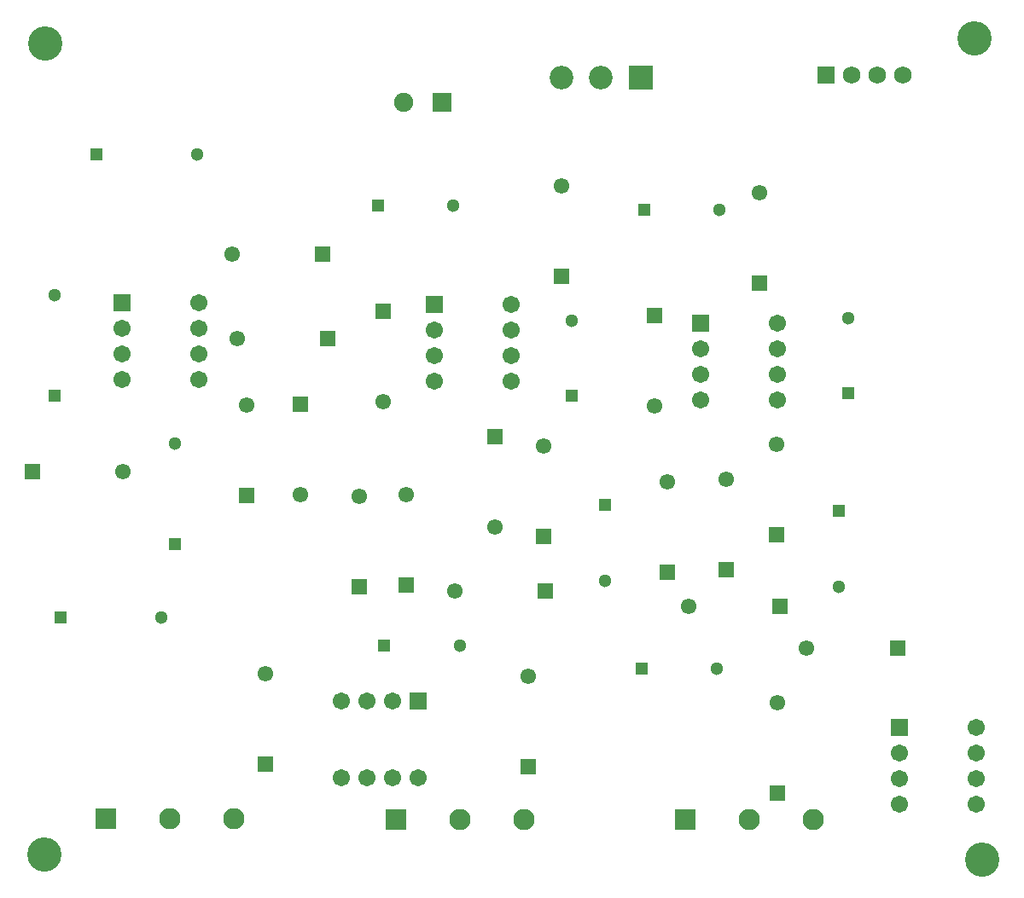
<source format=gts>
G04*
G04 #@! TF.GenerationSoftware,Altium Limited,Altium Designer,25.2.1 (25)*
G04*
G04 Layer_Color=8388736*
%FSLAX25Y25*%
%MOIN*%
G70*
G04*
G04 #@! TF.SameCoordinates,6179F1C6-3400-403E-8A66-77286E143B23*
G04*
G04*
G04 #@! TF.FilePolarity,Negative*
G04*
G01*
G75*
%ADD14C,0.13398*%
%ADD15R,0.06115X0.06115*%
%ADD16C,0.06115*%
%ADD17R,0.06706X0.06706*%
%ADD18C,0.06706*%
%ADD19C,0.05118*%
%ADD20R,0.05118X0.05118*%
%ADD21R,0.06115X0.06115*%
%ADD22R,0.05118X0.05118*%
%ADD23R,0.06706X0.06706*%
%ADD24C,0.07493*%
%ADD25R,0.07493X0.07493*%
%ADD26R,0.06902X0.06902*%
%ADD27C,0.06902*%
%ADD28C,0.09265*%
%ADD29R,0.09265X0.09265*%
%ADD30C,0.08280*%
%ADD31R,0.08280X0.08280*%
D14*
X111500Y441000D02*
D03*
X474500Y443000D02*
D03*
X111000Y124000D02*
D03*
X477500Y122000D02*
D03*
D15*
X377500Y235283D02*
D03*
X197500Y159283D02*
D03*
X211000Y300000D02*
D03*
X234000Y228567D02*
D03*
X252500Y229283D02*
D03*
X243500Y336216D02*
D03*
X300000Y158283D02*
D03*
X287000Y287216D02*
D03*
X313000Y349783D02*
D03*
X190000Y264283D02*
D03*
X306000Y248284D02*
D03*
X397000Y248783D02*
D03*
X390500Y347284D02*
D03*
X397500Y147784D02*
D03*
X349500Y334717D02*
D03*
X354500Y234283D02*
D03*
D16*
X377500Y270717D02*
D03*
X141717Y273500D02*
D03*
X184283Y358500D02*
D03*
X186284Y325500D02*
D03*
X197500Y194717D02*
D03*
X211000Y264567D02*
D03*
X234000Y264000D02*
D03*
X252500Y264717D02*
D03*
X243500Y300783D02*
D03*
X300000Y193717D02*
D03*
X271284Y227000D02*
D03*
X287000Y251783D02*
D03*
X313000Y385216D02*
D03*
X190000Y299716D02*
D03*
X306000Y283717D02*
D03*
X397000Y284216D02*
D03*
X390500Y382716D02*
D03*
X408783Y204500D02*
D03*
X362784Y221000D02*
D03*
X397500Y183217D02*
D03*
X349500Y299284D02*
D03*
X354500Y269717D02*
D03*
D17*
X445000Y173500D02*
D03*
X141500Y339500D02*
D03*
X263500Y339000D02*
D03*
X367500Y331500D02*
D03*
D18*
X445000Y163500D02*
D03*
Y153500D02*
D03*
Y143500D02*
D03*
X475000Y173500D02*
D03*
Y163500D02*
D03*
Y153500D02*
D03*
Y143500D02*
D03*
X247000Y184000D02*
D03*
X237000D02*
D03*
X227000D02*
D03*
X257000Y154000D02*
D03*
X247000D02*
D03*
X237000D02*
D03*
X227000D02*
D03*
X141500Y329500D02*
D03*
Y319500D02*
D03*
Y309500D02*
D03*
X171500Y339500D02*
D03*
Y329500D02*
D03*
Y319500D02*
D03*
Y309500D02*
D03*
X263500Y329000D02*
D03*
Y319000D02*
D03*
Y309000D02*
D03*
X293500Y339000D02*
D03*
Y329000D02*
D03*
Y319000D02*
D03*
Y309000D02*
D03*
X367500Y321500D02*
D03*
Y311500D02*
D03*
Y301500D02*
D03*
X397500Y331500D02*
D03*
Y321500D02*
D03*
Y311500D02*
D03*
Y301500D02*
D03*
D19*
X162000Y284685D02*
D03*
X156685Y216500D02*
D03*
X115000Y342685D02*
D03*
X170685Y397500D02*
D03*
X421500Y228736D02*
D03*
X373764Y196500D02*
D03*
X270764Y377500D02*
D03*
X317000Y332764D02*
D03*
X330000Y230972D02*
D03*
X273264Y205500D02*
D03*
X425000Y333764D02*
D03*
X374764Y376000D02*
D03*
D20*
X162000Y245315D02*
D03*
X115000Y303315D02*
D03*
X421500Y258264D02*
D03*
X317000Y303236D02*
D03*
X330000Y260500D02*
D03*
X425000Y304236D02*
D03*
D21*
X106283Y273500D02*
D03*
X219717Y358500D02*
D03*
X221716Y325500D02*
D03*
X306716Y227000D02*
D03*
X444216Y204500D02*
D03*
X398217Y221000D02*
D03*
D22*
X117315Y216500D02*
D03*
X131315Y397500D02*
D03*
X344236Y196500D02*
D03*
X241236Y377500D02*
D03*
X243736Y205500D02*
D03*
X345236Y376000D02*
D03*
D23*
X257000Y184000D02*
D03*
D24*
X251500Y418000D02*
D03*
D25*
X266500D02*
D03*
D26*
X416500Y428500D02*
D03*
D27*
X426500D02*
D03*
X436500D02*
D03*
X446500D02*
D03*
D28*
X312910Y427500D02*
D03*
X328500D02*
D03*
D29*
X344091D02*
D03*
D30*
X160000Y138000D02*
D03*
X185000D02*
D03*
X273500Y137500D02*
D03*
X298500D02*
D03*
X386500D02*
D03*
X411500D02*
D03*
D31*
X135000Y138000D02*
D03*
X248500Y137500D02*
D03*
X361500D02*
D03*
M02*

</source>
